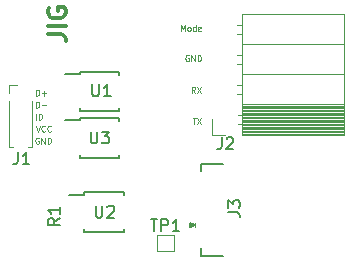
<source format=gto>
G04 #@! TF.GenerationSoftware,KiCad,Pcbnew,5.0.2+dfsg1-1*
G04 #@! TF.CreationDate,2019-03-31T19:45:05+02:00*
G04 #@! TF.ProjectId,gj-adapter,676a2d61-6461-4707-9465-722e6b696361,rev?*
G04 #@! TF.SameCoordinates,Original*
G04 #@! TF.FileFunction,Legend,Top*
G04 #@! TF.FilePolarity,Positive*
%FSLAX46Y46*%
G04 Gerber Fmt 4.6, Leading zero omitted, Abs format (unit mm)*
G04 Created by KiCad (PCBNEW 5.0.2+dfsg1-1) date dom 31 mar 2019 19:45:05 CEST*
%MOMM*%
%LPD*%
G01*
G04 APERTURE LIST*
%ADD10C,0.300000*%
%ADD11C,0.125000*%
%ADD12C,0.150000*%
%ADD13C,0.120000*%
%ADD14C,0.100000*%
G04 APERTURE END LIST*
D10*
X120717571Y-68837857D02*
X121789000Y-68837857D01*
X122003285Y-68909285D01*
X122146142Y-69052142D01*
X122217571Y-69266428D01*
X122217571Y-69409285D01*
X122217571Y-68123571D02*
X120717571Y-68123571D01*
X120789000Y-66623571D02*
X120717571Y-66766428D01*
X120717571Y-66980714D01*
X120789000Y-67195000D01*
X120931857Y-67337857D01*
X121074714Y-67409285D01*
X121360428Y-67480714D01*
X121574714Y-67480714D01*
X121860428Y-67409285D01*
X122003285Y-67337857D01*
X122146142Y-67195000D01*
X122217571Y-66980714D01*
X122217571Y-66837857D01*
X122146142Y-66623571D01*
X122074714Y-66552142D01*
X121574714Y-66552142D01*
X121574714Y-66837857D01*
D11*
X132967226Y-75926190D02*
X133252940Y-75926190D01*
X133110083Y-76426190D02*
X133110083Y-75926190D01*
X133371988Y-75926190D02*
X133705321Y-76426190D01*
X133705321Y-75926190D02*
X133371988Y-76426190D01*
X131991035Y-68552190D02*
X131991035Y-68052190D01*
X132157702Y-68409333D01*
X132324369Y-68052190D01*
X132324369Y-68552190D01*
X132633892Y-68552190D02*
X132586273Y-68528380D01*
X132562464Y-68504571D01*
X132538654Y-68456952D01*
X132538654Y-68314095D01*
X132562464Y-68266476D01*
X132586273Y-68242666D01*
X132633892Y-68218857D01*
X132705321Y-68218857D01*
X132752940Y-68242666D01*
X132776750Y-68266476D01*
X132800559Y-68314095D01*
X132800559Y-68456952D01*
X132776750Y-68504571D01*
X132752940Y-68528380D01*
X132705321Y-68552190D01*
X132633892Y-68552190D01*
X133229130Y-68552190D02*
X133229130Y-68052190D01*
X133229130Y-68528380D02*
X133181511Y-68552190D01*
X133086273Y-68552190D01*
X133038654Y-68528380D01*
X133014845Y-68504571D01*
X132991035Y-68456952D01*
X132991035Y-68314095D01*
X133014845Y-68266476D01*
X133038654Y-68242666D01*
X133086273Y-68218857D01*
X133181511Y-68218857D01*
X133229130Y-68242666D01*
X133657702Y-68528380D02*
X133610083Y-68552190D01*
X133514845Y-68552190D01*
X133467226Y-68528380D01*
X133443416Y-68480761D01*
X133443416Y-68290285D01*
X133467226Y-68242666D01*
X133514845Y-68218857D01*
X133610083Y-68218857D01*
X133657702Y-68242666D01*
X133681511Y-68290285D01*
X133681511Y-68337904D01*
X133443416Y-68385523D01*
X132633892Y-70616000D02*
X132586273Y-70592190D01*
X132514845Y-70592190D01*
X132443416Y-70616000D01*
X132395797Y-70663619D01*
X132371988Y-70711238D01*
X132348178Y-70806476D01*
X132348178Y-70877904D01*
X132371988Y-70973142D01*
X132395797Y-71020761D01*
X132443416Y-71068380D01*
X132514845Y-71092190D01*
X132562464Y-71092190D01*
X132633892Y-71068380D01*
X132657702Y-71044571D01*
X132657702Y-70877904D01*
X132562464Y-70877904D01*
X132871988Y-71092190D02*
X132871988Y-70592190D01*
X133157702Y-71092190D01*
X133157702Y-70592190D01*
X133395797Y-71092190D02*
X133395797Y-70592190D01*
X133514845Y-70592190D01*
X133586273Y-70616000D01*
X133633892Y-70663619D01*
X133657702Y-70711238D01*
X133681511Y-70806476D01*
X133681511Y-70877904D01*
X133657702Y-70973142D01*
X133633892Y-71020761D01*
X133586273Y-71068380D01*
X133514845Y-71092190D01*
X133395797Y-71092190D01*
X133205321Y-73759190D02*
X133038654Y-73521095D01*
X132919607Y-73759190D02*
X132919607Y-73259190D01*
X133110083Y-73259190D01*
X133157702Y-73283000D01*
X133181511Y-73306809D01*
X133205321Y-73354428D01*
X133205321Y-73425857D01*
X133181511Y-73473476D01*
X133157702Y-73497285D01*
X133110083Y-73521095D01*
X132919607Y-73521095D01*
X133371988Y-73259190D02*
X133705321Y-73759190D01*
X133705321Y-73259190D02*
X133371988Y-73759190D01*
X119695750Y-74013190D02*
X119695750Y-73513190D01*
X119814797Y-73513190D01*
X119886226Y-73537000D01*
X119933845Y-73584619D01*
X119957654Y-73632238D01*
X119981464Y-73727476D01*
X119981464Y-73798904D01*
X119957654Y-73894142D01*
X119933845Y-73941761D01*
X119886226Y-73989380D01*
X119814797Y-74013190D01*
X119695750Y-74013190D01*
X120195750Y-73822714D02*
X120576702Y-73822714D01*
X120386226Y-74013190D02*
X120386226Y-73632238D01*
X119933892Y-77601000D02*
X119886273Y-77577190D01*
X119814845Y-77577190D01*
X119743416Y-77601000D01*
X119695797Y-77648619D01*
X119671988Y-77696238D01*
X119648178Y-77791476D01*
X119648178Y-77862904D01*
X119671988Y-77958142D01*
X119695797Y-78005761D01*
X119743416Y-78053380D01*
X119814845Y-78077190D01*
X119862464Y-78077190D01*
X119933892Y-78053380D01*
X119957702Y-78029571D01*
X119957702Y-77862904D01*
X119862464Y-77862904D01*
X120171988Y-78077190D02*
X120171988Y-77577190D01*
X120457702Y-78077190D01*
X120457702Y-77577190D01*
X120695797Y-78077190D02*
X120695797Y-77577190D01*
X120814845Y-77577190D01*
X120886273Y-77601000D01*
X120933892Y-77648619D01*
X120957702Y-77696238D01*
X120981511Y-77791476D01*
X120981511Y-77862904D01*
X120957702Y-77958142D01*
X120933892Y-78005761D01*
X120886273Y-78053380D01*
X120814845Y-78077190D01*
X120695797Y-78077190D01*
X119695797Y-76561190D02*
X119862464Y-77061190D01*
X120029130Y-76561190D01*
X120481511Y-77013571D02*
X120457702Y-77037380D01*
X120386273Y-77061190D01*
X120338654Y-77061190D01*
X120267226Y-77037380D01*
X120219607Y-76989761D01*
X120195797Y-76942142D01*
X120171988Y-76846904D01*
X120171988Y-76775476D01*
X120195797Y-76680238D01*
X120219607Y-76632619D01*
X120267226Y-76585000D01*
X120338654Y-76561190D01*
X120386273Y-76561190D01*
X120457702Y-76585000D01*
X120481511Y-76608809D01*
X120981511Y-77013571D02*
X120957702Y-77037380D01*
X120886273Y-77061190D01*
X120838654Y-77061190D01*
X120767226Y-77037380D01*
X120719607Y-76989761D01*
X120695797Y-76942142D01*
X120671988Y-76846904D01*
X120671988Y-76775476D01*
X120695797Y-76680238D01*
X120719607Y-76632619D01*
X120767226Y-76585000D01*
X120838654Y-76561190D01*
X120886273Y-76561190D01*
X120957702Y-76585000D01*
X120981511Y-76608809D01*
X119695702Y-76045190D02*
X119695702Y-75545190D01*
X119933797Y-76045190D02*
X119933797Y-75545190D01*
X120052845Y-75545190D01*
X120124273Y-75569000D01*
X120171892Y-75616619D01*
X120195702Y-75664238D01*
X120219511Y-75759476D01*
X120219511Y-75830904D01*
X120195702Y-75926142D01*
X120171892Y-75973761D01*
X120124273Y-76021380D01*
X120052845Y-76045190D01*
X119933797Y-76045190D01*
X119695750Y-75029190D02*
X119695750Y-74529190D01*
X119814797Y-74529190D01*
X119886226Y-74553000D01*
X119933845Y-74600619D01*
X119957654Y-74648238D01*
X119981464Y-74743476D01*
X119981464Y-74814904D01*
X119957654Y-74910142D01*
X119933845Y-74957761D01*
X119886226Y-75005380D01*
X119814797Y-75029190D01*
X119695750Y-75029190D01*
X120195750Y-74838714D02*
X120576702Y-74838714D01*
D12*
G04 #@! TO.C,J3*
X133679000Y-87586000D02*
X133679000Y-86886000D01*
X133679000Y-87586000D02*
X135579000Y-87586000D01*
X133679000Y-80386000D02*
X133679000Y-79786000D01*
X133679000Y-79786000D02*
X135579000Y-79786000D01*
X132779000Y-85186000D02*
X133179000Y-84986000D01*
X133179000Y-84986000D02*
X132779000Y-84786000D01*
X132779000Y-84786000D02*
X132779000Y-85186000D01*
D13*
G04 #@! TO.C,J1*
X117438893Y-78347000D02*
X117739400Y-78347000D01*
X119039400Y-78337000D02*
X119339907Y-78337000D01*
X117439400Y-74472000D02*
X117439400Y-78347000D01*
X119339400Y-74437000D02*
X119339400Y-78312000D01*
X117444400Y-73837000D02*
X117444400Y-73152000D01*
X117444400Y-73152000D02*
X118139400Y-73152000D01*
G04 #@! TO.C,J2*
X145802200Y-77232200D02*
X137172200Y-77232200D01*
X145802200Y-77114105D02*
X137172200Y-77114105D01*
X145802200Y-76996010D02*
X137172200Y-76996010D01*
X145802200Y-76877915D02*
X137172200Y-76877915D01*
X145802200Y-76759820D02*
X137172200Y-76759820D01*
X145802200Y-76641725D02*
X137172200Y-76641725D01*
X145802200Y-76523630D02*
X137172200Y-76523630D01*
X145802200Y-76405535D02*
X137172200Y-76405535D01*
X145802200Y-76287440D02*
X137172200Y-76287440D01*
X145802200Y-76169345D02*
X137172200Y-76169345D01*
X145802200Y-76051250D02*
X137172200Y-76051250D01*
X145802200Y-75933155D02*
X137172200Y-75933155D01*
X145802200Y-75815060D02*
X137172200Y-75815060D01*
X145802200Y-75696965D02*
X137172200Y-75696965D01*
X145802200Y-75578870D02*
X137172200Y-75578870D01*
X145802200Y-75460775D02*
X137172200Y-75460775D01*
X145802200Y-75342680D02*
X137172200Y-75342680D01*
X145802200Y-75224585D02*
X137172200Y-75224585D01*
X145802200Y-75106490D02*
X137172200Y-75106490D01*
X145802200Y-74988395D02*
X137172200Y-74988395D01*
X145802200Y-74870300D02*
X137172200Y-74870300D01*
X137172200Y-76382200D02*
X136822200Y-76382200D01*
X137172200Y-75662200D02*
X136822200Y-75662200D01*
X137172200Y-73842200D02*
X136762200Y-73842200D01*
X137172200Y-73122200D02*
X136762200Y-73122200D01*
X137172200Y-71302200D02*
X136762200Y-71302200D01*
X137172200Y-70582200D02*
X136762200Y-70582200D01*
X137172200Y-68762200D02*
X136762200Y-68762200D01*
X137172200Y-68042200D02*
X136762200Y-68042200D01*
X145802200Y-74752200D02*
X137172200Y-74752200D01*
X145802200Y-72212200D02*
X137172200Y-72212200D01*
X145802200Y-69672200D02*
X137172200Y-69672200D01*
X145802200Y-77352200D02*
X137172200Y-77352200D01*
X137172200Y-77352200D02*
X137172200Y-67072200D01*
X145802200Y-67072200D02*
X137172200Y-67072200D01*
X145802200Y-77352200D02*
X145802200Y-67072200D01*
X134602200Y-77352200D02*
X134602200Y-76022200D01*
X135712200Y-77352200D02*
X134602200Y-77352200D01*
D12*
G04 #@! TO.C,U1*
X123420000Y-71985000D02*
X123420000Y-72160000D01*
X126770000Y-71985000D02*
X126770000Y-72235000D01*
X126770000Y-75335000D02*
X126770000Y-75085000D01*
X123420000Y-75335000D02*
X123420000Y-75085000D01*
X123420000Y-71985000D02*
X126770000Y-71985000D01*
X123420000Y-75335000D02*
X126770000Y-75335000D01*
X123420000Y-72160000D02*
X122170000Y-72160000D01*
G04 #@! TO.C,U2*
X123775600Y-82221200D02*
X123775600Y-82396200D01*
X127125600Y-82221200D02*
X127125600Y-82471200D01*
X127125600Y-85571200D02*
X127125600Y-85321200D01*
X123775600Y-85571200D02*
X123775600Y-85321200D01*
X123775600Y-82221200D02*
X127125600Y-82221200D01*
X123775600Y-85571200D02*
X127125600Y-85571200D01*
X123775600Y-82396200D02*
X122525600Y-82396200D01*
G04 #@! TO.C,U3*
X123420000Y-76097000D02*
X122170000Y-76097000D01*
X123420000Y-79272000D02*
X126770000Y-79272000D01*
X123420000Y-75922000D02*
X126770000Y-75922000D01*
X123420000Y-79272000D02*
X123420000Y-79022000D01*
X126770000Y-79272000D02*
X126770000Y-79022000D01*
X126770000Y-75922000D02*
X126770000Y-76172000D01*
X123420000Y-75922000D02*
X123420000Y-76097000D01*
D13*
G04 #@! TO.C,TP1*
X129983000Y-85787000D02*
X131383000Y-85787000D01*
X131383000Y-85787000D02*
X131383000Y-87187000D01*
X131383000Y-87187000D02*
X129983000Y-87187000D01*
X129983000Y-87187000D02*
X129983000Y-85787000D01*
G04 #@! TO.C,J3*
D12*
X135977380Y-83899333D02*
X136691666Y-83899333D01*
X136834523Y-83946952D01*
X136929761Y-84042190D01*
X136977380Y-84185047D01*
X136977380Y-84280285D01*
X135977380Y-83518380D02*
X135977380Y-82899333D01*
X136358333Y-83232666D01*
X136358333Y-83089809D01*
X136405952Y-82994571D01*
X136453571Y-82946952D01*
X136548809Y-82899333D01*
X136786904Y-82899333D01*
X136882142Y-82946952D01*
X136929761Y-82994571D01*
X136977380Y-83089809D01*
X136977380Y-83375523D01*
X136929761Y-83470761D01*
X136882142Y-83518380D01*
D14*
X133205190Y-84843142D02*
X133205190Y-85128857D01*
X133205190Y-84986000D02*
X132705190Y-84986000D01*
X132776619Y-85033619D01*
X132824238Y-85081238D01*
X132848047Y-85128857D01*
G04 #@! TO.C,J1*
D12*
X118157666Y-78827380D02*
X118157666Y-79541666D01*
X118110047Y-79684523D01*
X118014809Y-79779761D01*
X117871952Y-79827380D01*
X117776714Y-79827380D01*
X119157666Y-79827380D02*
X118586238Y-79827380D01*
X118871952Y-79827380D02*
X118871952Y-78827380D01*
X118776714Y-78970238D01*
X118681476Y-79065476D01*
X118586238Y-79113095D01*
G04 #@! TO.C,J2*
X135429666Y-77557380D02*
X135429666Y-78271666D01*
X135382047Y-78414523D01*
X135286809Y-78509761D01*
X135143952Y-78557380D01*
X135048714Y-78557380D01*
X135858238Y-77652619D02*
X135905857Y-77605000D01*
X136001095Y-77557380D01*
X136239190Y-77557380D01*
X136334428Y-77605000D01*
X136382047Y-77652619D01*
X136429666Y-77747857D01*
X136429666Y-77843095D01*
X136382047Y-77985952D01*
X135810619Y-78557380D01*
X136429666Y-78557380D01*
G04 #@! TO.C,R1*
X121713580Y-84395466D02*
X121237390Y-84728800D01*
X121713580Y-84966895D02*
X120713580Y-84966895D01*
X120713580Y-84585942D01*
X120761200Y-84490704D01*
X120808819Y-84443085D01*
X120904057Y-84395466D01*
X121046914Y-84395466D01*
X121142152Y-84443085D01*
X121189771Y-84490704D01*
X121237390Y-84585942D01*
X121237390Y-84966895D01*
X121713580Y-83443085D02*
X121713580Y-84014514D01*
X121713580Y-83728800D02*
X120713580Y-83728800D01*
X120856438Y-83824038D01*
X120951676Y-83919276D01*
X120999295Y-84014514D01*
G04 #@! TO.C,U1*
X124460095Y-73061580D02*
X124460095Y-73871104D01*
X124507714Y-73966342D01*
X124555333Y-74013961D01*
X124650571Y-74061580D01*
X124841047Y-74061580D01*
X124936285Y-74013961D01*
X124983904Y-73966342D01*
X125031523Y-73871104D01*
X125031523Y-73061580D01*
X126031523Y-74061580D02*
X125460095Y-74061580D01*
X125745809Y-74061580D02*
X125745809Y-73061580D01*
X125650571Y-73204438D01*
X125555333Y-73299676D01*
X125460095Y-73347295D01*
G04 #@! TO.C,U2*
X124764895Y-83348580D02*
X124764895Y-84158104D01*
X124812514Y-84253342D01*
X124860133Y-84300961D01*
X124955371Y-84348580D01*
X125145847Y-84348580D01*
X125241085Y-84300961D01*
X125288704Y-84253342D01*
X125336323Y-84158104D01*
X125336323Y-83348580D01*
X125764895Y-83443819D02*
X125812514Y-83396200D01*
X125907752Y-83348580D01*
X126145847Y-83348580D01*
X126241085Y-83396200D01*
X126288704Y-83443819D01*
X126336323Y-83539057D01*
X126336323Y-83634295D01*
X126288704Y-83777152D01*
X125717276Y-84348580D01*
X126336323Y-84348580D01*
G04 #@! TO.C,U3*
X124333095Y-77074780D02*
X124333095Y-77884304D01*
X124380714Y-77979542D01*
X124428333Y-78027161D01*
X124523571Y-78074780D01*
X124714047Y-78074780D01*
X124809285Y-78027161D01*
X124856904Y-77979542D01*
X124904523Y-77884304D01*
X124904523Y-77074780D01*
X125285476Y-77074780D02*
X125904523Y-77074780D01*
X125571190Y-77455733D01*
X125714047Y-77455733D01*
X125809285Y-77503352D01*
X125856904Y-77550971D01*
X125904523Y-77646209D01*
X125904523Y-77884304D01*
X125856904Y-77979542D01*
X125809285Y-78027161D01*
X125714047Y-78074780D01*
X125428333Y-78074780D01*
X125333095Y-78027161D01*
X125285476Y-77979542D01*
G04 #@! TO.C,TP1*
X129421095Y-84491380D02*
X129992523Y-84491380D01*
X129706809Y-85491380D02*
X129706809Y-84491380D01*
X130325857Y-85491380D02*
X130325857Y-84491380D01*
X130706809Y-84491380D01*
X130802047Y-84539000D01*
X130849666Y-84586619D01*
X130897285Y-84681857D01*
X130897285Y-84824714D01*
X130849666Y-84919952D01*
X130802047Y-84967571D01*
X130706809Y-85015190D01*
X130325857Y-85015190D01*
X131849666Y-85491380D02*
X131278238Y-85491380D01*
X131563952Y-85491380D02*
X131563952Y-84491380D01*
X131468714Y-84634238D01*
X131373476Y-84729476D01*
X131278238Y-84777095D01*
G04 #@! TD*
M02*

</source>
